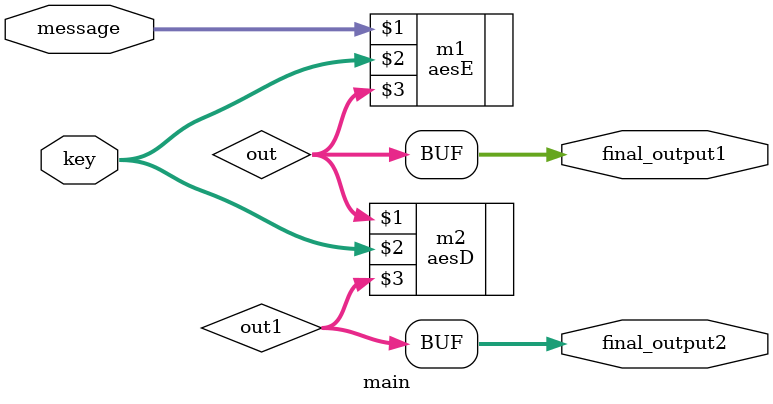
<source format=v>
module main(message,key,final_output1,final_output2);

input [127:0]message;
input [255:0]key;
output [127:0]final_output1,final_output2;

wire [127:0]out,out1;

aesE m1(message,key,out);

assign final_output1 = out;

aesD m2(out,key,out1);

assign final_output2 = out1;

endmodule

</source>
